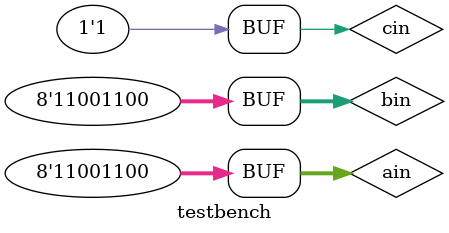
<source format=v>
`timescale 1ns / 1ps

module testbench;
	//Inputs
	reg [7:0] ain;
	reg [7:0] bin;
	reg cin;

	// Outputs
	wire leq;
	wire zero;

	// Instantiate the Unit Under Test (UUT)
	eigthBitComparator uut (
		.leq(leq),
		.zero(zero),
		.a(ain), 
		.b(bin), 
		.cin(cin) 
	);	
	initial begin
		// ain > bin
		// ain = 144, bin = 24, 
		ain = 8'b10010000; bin = 8'b00011000; cin = 1;
		#100;
		// ain = 36, bin = 12; 
		ain = 8'b00100100; bin = 8'b00001100; cin = 1;
		// ain < bin
		ain = 8'b10100011; bin = 8'b11101101; cin = 1;
		#100;
		ain = 8'b00110001; bin = 8'b11100101; cin = 1;
		#100;
		ain = 8'b10111110; bin = 8'b11110011; cin = 1;
		#100;
		ain = 8'b10000111; bin = 8'b11011010; cin = 1;
		#100;
		ain = 8'b10111111; bin = 8'b11000000; cin = 1;
		#100;

		// ain = bin
		ain = 8'b10100011; bin = 8'b10100011; cin = 1;
		#100;
		ain = 8'b11110111; bin = 8'b11110111; cin = 1;
		#100;
		ain = 8'b10000110; bin = 8'b10000110; cin = 1;
		#100;
		ain = 8'b11001100; bin = 8'b11001100; cin = 1;
		#100;
	end
      
endmodule

</source>
